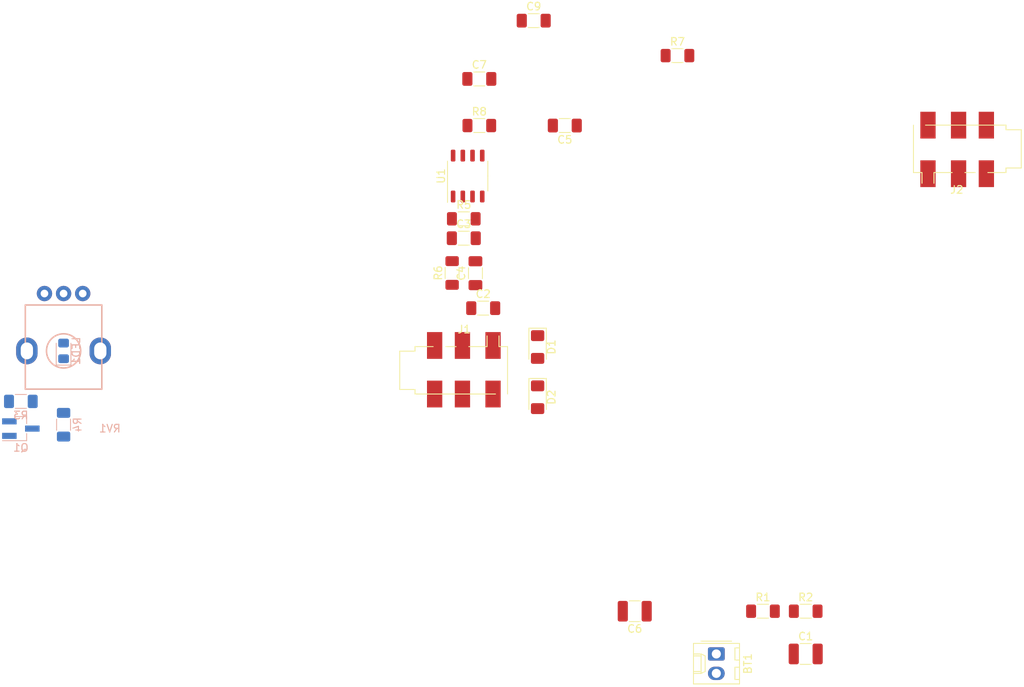
<source format=kicad_pcb>
(kicad_pcb (version 20171130) (host pcbnew 5.1.7-a382d34a8~87~ubuntu20.04.1)

  (general
    (thickness 1.6)
    (drawings 0)
    (tracks 0)
    (zones 0)
    (modules 25)
    (nets 19)
  )

  (page A4)
  (layers
    (0 F.Cu signal)
    (31 B.Cu signal)
    (32 B.Adhes user)
    (33 F.Adhes user)
    (34 B.Paste user)
    (35 F.Paste user)
    (36 B.SilkS user)
    (37 F.SilkS user)
    (38 B.Mask user)
    (39 F.Mask user)
    (40 Dwgs.User user)
    (41 Cmts.User user)
    (42 Eco1.User user)
    (43 Eco2.User user)
    (44 Edge.Cuts user)
    (45 Margin user)
    (46 B.CrtYd user)
    (47 F.CrtYd user)
    (48 B.Fab user)
    (49 F.Fab user)
  )

  (setup
    (last_trace_width 0.4)
    (trace_clearance 0.3)
    (zone_clearance 0.508)
    (zone_45_only no)
    (trace_min 0.2)
    (via_size 1.5)
    (via_drill 0.8)
    (via_min_size 0.4)
    (via_min_drill 0.3)
    (uvia_size 0.3)
    (uvia_drill 0.1)
    (uvias_allowed no)
    (uvia_min_size 0.2)
    (uvia_min_drill 0.1)
    (edge_width 0.05)
    (segment_width 0.2)
    (pcb_text_width 0.3)
    (pcb_text_size 1.5 1.5)
    (mod_edge_width 0.12)
    (mod_text_size 1 1)
    (mod_text_width 0.15)
    (pad_size 1.524 1.524)
    (pad_drill 0.762)
    (pad_to_mask_clearance 0)
    (aux_axis_origin 0 0)
    (visible_elements FFFFFF7F)
    (pcbplotparams
      (layerselection 0x010fc_ffffffff)
      (usegerberextensions false)
      (usegerberattributes true)
      (usegerberadvancedattributes true)
      (creategerberjobfile true)
      (excludeedgelayer true)
      (linewidth 0.100000)
      (plotframeref false)
      (viasonmask false)
      (mode 1)
      (useauxorigin false)
      (hpglpennumber 1)
      (hpglpenspeed 20)
      (hpglpendiameter 15.000000)
      (psnegative false)
      (psa4output false)
      (plotreference true)
      (plotvalue true)
      (plotinvisibletext false)
      (padsonsilk false)
      (subtractmaskfromsilk false)
      (outputformat 1)
      (mirror false)
      (drillshape 1)
      (scaleselection 1)
      (outputdirectory ""))
  )

  (net 0 "")
  (net 1 +9V)
  (net 2 GNDswitch)
  (net 3 4.5V)
  (net 4 GND)
  (net 5 "Net-(C2-Pad2)")
  (net 6 "Net-(C2-Pad1)")
  (net 7 "Net-(C3-Pad1)")
  (net 8 "Net-(C4-Pad2)")
  (net 9 "Net-(C4-Pad1)")
  (net 10 Sig1)
  (net 11 "Net-(C5-Pad2)")
  (net 12 "Net-(C7-Pad1)")
  (net 13 "Net-(C9-Pad2)")
  (net 14 "Net-(LED1-Pad1)")
  (net 15 "Net-(Q1-Pad1)")
  (net 16 "Net-(Q1-Pad2)")
  (net 17 "Net-(J2-PadR)")
  (net 18 "Net-(C7-Pad2)")

  (net_class Default "This is the default net class."
    (clearance 0.3)
    (trace_width 0.4)
    (via_dia 1.5)
    (via_drill 0.8)
    (uvia_dia 0.3)
    (uvia_drill 0.1)
    (add_net +9V)
    (add_net 4.5V)
    (add_net GND)
    (add_net GNDswitch)
    (add_net "Net-(C2-Pad1)")
    (add_net "Net-(C2-Pad2)")
    (add_net "Net-(C3-Pad1)")
    (add_net "Net-(C4-Pad1)")
    (add_net "Net-(C4-Pad2)")
    (add_net "Net-(C5-Pad2)")
    (add_net "Net-(C7-Pad1)")
    (add_net "Net-(C7-Pad2)")
    (add_net "Net-(C9-Pad2)")
    (add_net "Net-(J2-PadR)")
    (add_net "Net-(LED1-Pad1)")
    (add_net "Net-(Q1-Pad1)")
    (add_net "Net-(Q1-Pad2)")
    (add_net Sig1)
  )

  (net_class Power ""
    (clearance 0.3)
    (trace_width 0.8)
    (via_dia 1.5)
    (via_drill 0.8)
    (uvia_dia 0.3)
    (uvia_drill 0.1)
  )

  (module Connector_Molex:Molex_KK-254_AE-6410-02A_1x02_P2.54mm_Vertical (layer F.Cu) (tedit 5EA53D3B) (tstamp 5F8CCA25)
    (at 127.508 176.276 270)
    (descr "Molex KK-254 Interconnect System, old/engineering part number: AE-6410-02A example for new part number: 22-27-2021, 2 Pins (http://www.molex.com/pdm_docs/sd/022272021_sd.pdf), generated with kicad-footprint-generator")
    (tags "connector Molex KK-254 vertical")
    (path /5F7B3B7A)
    (fp_text reference BT1 (at 1.27 -4.12 90) (layer F.SilkS)
      (effects (font (size 1 1) (thickness 0.15)))
    )
    (fp_text value Battery (at 1.27 4.08 90) (layer F.Fab)
      (effects (font (size 1 1) (thickness 0.15)))
    )
    (fp_line (start -1.27 -2.92) (end -1.27 2.88) (layer F.Fab) (width 0.1))
    (fp_line (start -1.27 2.88) (end 3.81 2.88) (layer F.Fab) (width 0.1))
    (fp_line (start 3.81 2.88) (end 3.81 -2.92) (layer F.Fab) (width 0.1))
    (fp_line (start 3.81 -2.92) (end -1.27 -2.92) (layer F.Fab) (width 0.1))
    (fp_line (start -1.38 -3.03) (end -1.38 2.99) (layer F.SilkS) (width 0.12))
    (fp_line (start -1.38 2.99) (end 3.92 2.99) (layer F.SilkS) (width 0.12))
    (fp_line (start 3.92 2.99) (end 3.92 -3.03) (layer F.SilkS) (width 0.12))
    (fp_line (start 3.92 -3.03) (end -1.38 -3.03) (layer F.SilkS) (width 0.12))
    (fp_line (start -1.67 -2) (end -1.67 2) (layer F.SilkS) (width 0.12))
    (fp_line (start -1.27 -0.5) (end -0.562893 0) (layer F.Fab) (width 0.1))
    (fp_line (start -0.562893 0) (end -1.27 0.5) (layer F.Fab) (width 0.1))
    (fp_line (start 0 2.99) (end 0 1.99) (layer F.SilkS) (width 0.12))
    (fp_line (start 0 1.99) (end 2.54 1.99) (layer F.SilkS) (width 0.12))
    (fp_line (start 2.54 1.99) (end 2.54 2.99) (layer F.SilkS) (width 0.12))
    (fp_line (start 0 1.99) (end 0.25 1.46) (layer F.SilkS) (width 0.12))
    (fp_line (start 0.25 1.46) (end 2.29 1.46) (layer F.SilkS) (width 0.12))
    (fp_line (start 2.29 1.46) (end 2.54 1.99) (layer F.SilkS) (width 0.12))
    (fp_line (start 0.25 2.99) (end 0.25 1.99) (layer F.SilkS) (width 0.12))
    (fp_line (start 2.29 2.99) (end 2.29 1.99) (layer F.SilkS) (width 0.12))
    (fp_line (start -0.8 -3.03) (end -0.8 -2.43) (layer F.SilkS) (width 0.12))
    (fp_line (start -0.8 -2.43) (end 0.8 -2.43) (layer F.SilkS) (width 0.12))
    (fp_line (start 0.8 -2.43) (end 0.8 -3.03) (layer F.SilkS) (width 0.12))
    (fp_line (start 1.74 -3.03) (end 1.74 -2.43) (layer F.SilkS) (width 0.12))
    (fp_line (start 1.74 -2.43) (end 3.34 -2.43) (layer F.SilkS) (width 0.12))
    (fp_line (start 3.34 -2.43) (end 3.34 -3.03) (layer F.SilkS) (width 0.12))
    (fp_line (start -1.77 -3.42) (end -1.77 3.38) (layer F.CrtYd) (width 0.05))
    (fp_line (start -1.77 3.38) (end 4.31 3.38) (layer F.CrtYd) (width 0.05))
    (fp_line (start 4.31 3.38) (end 4.31 -3.42) (layer F.CrtYd) (width 0.05))
    (fp_line (start 4.31 -3.42) (end -1.77 -3.42) (layer F.CrtYd) (width 0.05))
    (fp_text user %R (at 1.27 -2.22 90) (layer F.Fab)
      (effects (font (size 1 1) (thickness 0.15)))
    )
    (pad 1 thru_hole roundrect (at 0 0 270) (size 1.74 2.19) (drill 1.19) (layers *.Cu *.Mask) (roundrect_rratio 0.143678)
      (net 1 +9V))
    (pad 2 thru_hole oval (at 2.54 0 270) (size 1.74 2.19) (drill 1.19) (layers *.Cu *.Mask)
      (net 2 GNDswitch))
    (model ${KISYS3DMOD}/Connector_Molex.3dshapes/Molex_KK-254_AE-6410-02A_1x02_P2.54mm_Vertical.wrl
      (at (xyz 0 0 0))
      (scale (xyz 1 1 1))
      (rotate (xyz 0 0 0))
    )
  )

  (module Capacitor_SMD:C_1210_3225Metric_Pad1.33x2.70mm_HandSolder (layer F.Cu) (tedit 5F68FEEF) (tstamp 5F8CCA36)
    (at 139.192 176.276)
    (descr "Capacitor SMD 1210 (3225 Metric), square (rectangular) end terminal, IPC_7351 nominal with elongated pad for handsoldering. (Body size source: IPC-SM-782 page 76, https://www.pcb-3d.com/wordpress/wp-content/uploads/ipc-sm-782a_amendment_1_and_2.pdf), generated with kicad-footprint-generator")
    (tags "capacitor handsolder")
    (path /5F89B558)
    (attr smd)
    (fp_text reference C1 (at 0 -2.3) (layer F.SilkS)
      (effects (font (size 1 1) (thickness 0.15)))
    )
    (fp_text value 10uF (at 0 2.3) (layer F.Fab)
      (effects (font (size 1 1) (thickness 0.15)))
    )
    (fp_line (start -1.6 1.25) (end -1.6 -1.25) (layer F.Fab) (width 0.1))
    (fp_line (start -1.6 -1.25) (end 1.6 -1.25) (layer F.Fab) (width 0.1))
    (fp_line (start 1.6 -1.25) (end 1.6 1.25) (layer F.Fab) (width 0.1))
    (fp_line (start 1.6 1.25) (end -1.6 1.25) (layer F.Fab) (width 0.1))
    (fp_line (start -0.711252 -1.36) (end 0.711252 -1.36) (layer F.SilkS) (width 0.12))
    (fp_line (start -0.711252 1.36) (end 0.711252 1.36) (layer F.SilkS) (width 0.12))
    (fp_line (start -2.48 1.6) (end -2.48 -1.6) (layer F.CrtYd) (width 0.05))
    (fp_line (start -2.48 -1.6) (end 2.48 -1.6) (layer F.CrtYd) (width 0.05))
    (fp_line (start 2.48 -1.6) (end 2.48 1.6) (layer F.CrtYd) (width 0.05))
    (fp_line (start 2.48 1.6) (end -2.48 1.6) (layer F.CrtYd) (width 0.05))
    (fp_text user %R (at 0 0) (layer F.Fab)
      (effects (font (size 0.8 0.8) (thickness 0.12)))
    )
    (pad 1 smd roundrect (at -1.5625 0) (size 1.325 2.7) (layers F.Cu F.Paste F.Mask) (roundrect_rratio 0.188679)
      (net 3 4.5V))
    (pad 2 smd roundrect (at 1.5625 0) (size 1.325 2.7) (layers F.Cu F.Paste F.Mask) (roundrect_rratio 0.188679)
      (net 4 GND))
    (model ${KISYS3DMOD}/Capacitor_SMD.3dshapes/C_1210_3225Metric.wrl
      (at (xyz 0 0 0))
      (scale (xyz 1 1 1))
      (rotate (xyz 0 0 0))
    )
  )

  (module Capacitor_SMD:C_1206_3216Metric_Pad1.33x1.80mm_HandSolder (layer F.Cu) (tedit 5F68FEEF) (tstamp 5F8CCA47)
    (at 97.028 131.064)
    (descr "Capacitor SMD 1206 (3216 Metric), square (rectangular) end terminal, IPC_7351 nominal with elongated pad for handsoldering. (Body size source: IPC-SM-782 page 76, https://www.pcb-3d.com/wordpress/wp-content/uploads/ipc-sm-782a_amendment_1_and_2.pdf), generated with kicad-footprint-generator")
    (tags "capacitor handsolder")
    (path /5F8B0244)
    (attr smd)
    (fp_text reference C2 (at 0 -1.85) (layer F.SilkS)
      (effects (font (size 1 1) (thickness 0.15)))
    )
    (fp_text value 100nF (at 0 1.85) (layer F.Fab)
      (effects (font (size 1 1) (thickness 0.15)))
    )
    (fp_line (start 2.48 1.15) (end -2.48 1.15) (layer F.CrtYd) (width 0.05))
    (fp_line (start 2.48 -1.15) (end 2.48 1.15) (layer F.CrtYd) (width 0.05))
    (fp_line (start -2.48 -1.15) (end 2.48 -1.15) (layer F.CrtYd) (width 0.05))
    (fp_line (start -2.48 1.15) (end -2.48 -1.15) (layer F.CrtYd) (width 0.05))
    (fp_line (start -0.711252 0.91) (end 0.711252 0.91) (layer F.SilkS) (width 0.12))
    (fp_line (start -0.711252 -0.91) (end 0.711252 -0.91) (layer F.SilkS) (width 0.12))
    (fp_line (start 1.6 0.8) (end -1.6 0.8) (layer F.Fab) (width 0.1))
    (fp_line (start 1.6 -0.8) (end 1.6 0.8) (layer F.Fab) (width 0.1))
    (fp_line (start -1.6 -0.8) (end 1.6 -0.8) (layer F.Fab) (width 0.1))
    (fp_line (start -1.6 0.8) (end -1.6 -0.8) (layer F.Fab) (width 0.1))
    (fp_text user %R (at 0 0) (layer F.Fab)
      (effects (font (size 0.8 0.8) (thickness 0.12)))
    )
    (pad 2 smd roundrect (at 1.5625 0) (size 1.325 1.8) (layers F.Cu F.Paste F.Mask) (roundrect_rratio 0.188679)
      (net 5 "Net-(C2-Pad2)"))
    (pad 1 smd roundrect (at -1.5625 0) (size 1.325 1.8) (layers F.Cu F.Paste F.Mask) (roundrect_rratio 0.188679)
      (net 6 "Net-(C2-Pad1)"))
    (model ${KISYS3DMOD}/Capacitor_SMD.3dshapes/C_1206_3216Metric.wrl
      (at (xyz 0 0 0))
      (scale (xyz 1 1 1))
      (rotate (xyz 0 0 0))
    )
  )

  (module Capacitor_SMD:C_1206_3216Metric_Pad1.33x1.80mm_HandSolder (layer F.Cu) (tedit 5F68FEEF) (tstamp 5F8CCA58)
    (at 94.488 121.92)
    (descr "Capacitor SMD 1206 (3216 Metric), square (rectangular) end terminal, IPC_7351 nominal with elongated pad for handsoldering. (Body size source: IPC-SM-782 page 76, https://www.pcb-3d.com/wordpress/wp-content/uploads/ipc-sm-782a_amendment_1_and_2.pdf), generated with kicad-footprint-generator")
    (tags "capacitor handsolder")
    (path /5F8BCB23)
    (attr smd)
    (fp_text reference C3 (at 0 -1.85) (layer F.SilkS)
      (effects (font (size 1 1) (thickness 0.15)))
    )
    (fp_text value 1nF (at 0 1.85) (layer F.Fab)
      (effects (font (size 1 1) (thickness 0.15)))
    )
    (fp_line (start -1.6 0.8) (end -1.6 -0.8) (layer F.Fab) (width 0.1))
    (fp_line (start -1.6 -0.8) (end 1.6 -0.8) (layer F.Fab) (width 0.1))
    (fp_line (start 1.6 -0.8) (end 1.6 0.8) (layer F.Fab) (width 0.1))
    (fp_line (start 1.6 0.8) (end -1.6 0.8) (layer F.Fab) (width 0.1))
    (fp_line (start -0.711252 -0.91) (end 0.711252 -0.91) (layer F.SilkS) (width 0.12))
    (fp_line (start -0.711252 0.91) (end 0.711252 0.91) (layer F.SilkS) (width 0.12))
    (fp_line (start -2.48 1.15) (end -2.48 -1.15) (layer F.CrtYd) (width 0.05))
    (fp_line (start -2.48 -1.15) (end 2.48 -1.15) (layer F.CrtYd) (width 0.05))
    (fp_line (start 2.48 -1.15) (end 2.48 1.15) (layer F.CrtYd) (width 0.05))
    (fp_line (start 2.48 1.15) (end -2.48 1.15) (layer F.CrtYd) (width 0.05))
    (fp_text user %R (at 0 0) (layer F.Fab)
      (effects (font (size 0.8 0.8) (thickness 0.12)))
    )
    (pad 1 smd roundrect (at -1.5625 0) (size 1.325 1.8) (layers F.Cu F.Paste F.Mask) (roundrect_rratio 0.188679)
      (net 7 "Net-(C3-Pad1)"))
    (pad 2 smd roundrect (at 1.5625 0) (size 1.325 1.8) (layers F.Cu F.Paste F.Mask) (roundrect_rratio 0.188679)
      (net 6 "Net-(C2-Pad1)"))
    (model ${KISYS3DMOD}/Capacitor_SMD.3dshapes/C_1206_3216Metric.wrl
      (at (xyz 0 0 0))
      (scale (xyz 1 1 1))
      (rotate (xyz 0 0 0))
    )
  )

  (module Capacitor_SMD:C_1206_3216Metric_Pad1.33x1.80mm_HandSolder (layer F.Cu) (tedit 5F68FEEF) (tstamp 5F8CCA69)
    (at 96.012 126.492 90)
    (descr "Capacitor SMD 1206 (3216 Metric), square (rectangular) end terminal, IPC_7351 nominal with elongated pad for handsoldering. (Body size source: IPC-SM-782 page 76, https://www.pcb-3d.com/wordpress/wp-content/uploads/ipc-sm-782a_amendment_1_and_2.pdf), generated with kicad-footprint-generator")
    (tags "capacitor handsolder")
    (path /5F8C0D79)
    (attr smd)
    (fp_text reference C4 (at 0 -1.85 90) (layer F.SilkS)
      (effects (font (size 1 1) (thickness 0.15)))
    )
    (fp_text value 1uF (at 0 1.85 90) (layer F.Fab)
      (effects (font (size 1 1) (thickness 0.15)))
    )
    (fp_line (start 2.48 1.15) (end -2.48 1.15) (layer F.CrtYd) (width 0.05))
    (fp_line (start 2.48 -1.15) (end 2.48 1.15) (layer F.CrtYd) (width 0.05))
    (fp_line (start -2.48 -1.15) (end 2.48 -1.15) (layer F.CrtYd) (width 0.05))
    (fp_line (start -2.48 1.15) (end -2.48 -1.15) (layer F.CrtYd) (width 0.05))
    (fp_line (start -0.711252 0.91) (end 0.711252 0.91) (layer F.SilkS) (width 0.12))
    (fp_line (start -0.711252 -0.91) (end 0.711252 -0.91) (layer F.SilkS) (width 0.12))
    (fp_line (start 1.6 0.8) (end -1.6 0.8) (layer F.Fab) (width 0.1))
    (fp_line (start 1.6 -0.8) (end 1.6 0.8) (layer F.Fab) (width 0.1))
    (fp_line (start -1.6 -0.8) (end 1.6 -0.8) (layer F.Fab) (width 0.1))
    (fp_line (start -1.6 0.8) (end -1.6 -0.8) (layer F.Fab) (width 0.1))
    (fp_text user %R (at 0 0 90) (layer F.Fab)
      (effects (font (size 0.8 0.8) (thickness 0.12)))
    )
    (pad 2 smd roundrect (at 1.5625 0 90) (size 1.325 1.8) (layers F.Cu F.Paste F.Mask) (roundrect_rratio 0.188679)
      (net 8 "Net-(C4-Pad2)"))
    (pad 1 smd roundrect (at -1.5625 0 90) (size 1.325 1.8) (layers F.Cu F.Paste F.Mask) (roundrect_rratio 0.188679)
      (net 9 "Net-(C4-Pad1)"))
    (model ${KISYS3DMOD}/Capacitor_SMD.3dshapes/C_1206_3216Metric.wrl
      (at (xyz 0 0 0))
      (scale (xyz 1 1 1))
      (rotate (xyz 0 0 0))
    )
  )

  (module Capacitor_SMD:C_1206_3216Metric_Pad1.33x1.80mm_HandSolder (layer F.Cu) (tedit 5F68FEEF) (tstamp 5F8CCA7A)
    (at 107.696 107.188 180)
    (descr "Capacitor SMD 1206 (3216 Metric), square (rectangular) end terminal, IPC_7351 nominal with elongated pad for handsoldering. (Body size source: IPC-SM-782 page 76, https://www.pcb-3d.com/wordpress/wp-content/uploads/ipc-sm-782a_amendment_1_and_2.pdf), generated with kicad-footprint-generator")
    (tags "capacitor handsolder")
    (path /5F9016E1)
    (attr smd)
    (fp_text reference C5 (at 0 -1.85) (layer F.SilkS)
      (effects (font (size 1 1) (thickness 0.15)))
    )
    (fp_text value 1uF (at 0 1.85) (layer F.Fab)
      (effects (font (size 1 1) (thickness 0.15)))
    )
    (fp_line (start -1.6 0.8) (end -1.6 -0.8) (layer F.Fab) (width 0.1))
    (fp_line (start -1.6 -0.8) (end 1.6 -0.8) (layer F.Fab) (width 0.1))
    (fp_line (start 1.6 -0.8) (end 1.6 0.8) (layer F.Fab) (width 0.1))
    (fp_line (start 1.6 0.8) (end -1.6 0.8) (layer F.Fab) (width 0.1))
    (fp_line (start -0.711252 -0.91) (end 0.711252 -0.91) (layer F.SilkS) (width 0.12))
    (fp_line (start -0.711252 0.91) (end 0.711252 0.91) (layer F.SilkS) (width 0.12))
    (fp_line (start -2.48 1.15) (end -2.48 -1.15) (layer F.CrtYd) (width 0.05))
    (fp_line (start -2.48 -1.15) (end 2.48 -1.15) (layer F.CrtYd) (width 0.05))
    (fp_line (start 2.48 -1.15) (end 2.48 1.15) (layer F.CrtYd) (width 0.05))
    (fp_line (start 2.48 1.15) (end -2.48 1.15) (layer F.CrtYd) (width 0.05))
    (fp_text user %R (at 0 0) (layer F.Fab)
      (effects (font (size 0.8 0.8) (thickness 0.12)))
    )
    (pad 1 smd roundrect (at -1.5625 0 180) (size 1.325 1.8) (layers F.Cu F.Paste F.Mask) (roundrect_rratio 0.188679)
      (net 10 Sig1))
    (pad 2 smd roundrect (at 1.5625 0 180) (size 1.325 1.8) (layers F.Cu F.Paste F.Mask) (roundrect_rratio 0.188679)
      (net 11 "Net-(C5-Pad2)"))
    (model ${KISYS3DMOD}/Capacitor_SMD.3dshapes/C_1206_3216Metric.wrl
      (at (xyz 0 0 0))
      (scale (xyz 1 1 1))
      (rotate (xyz 0 0 0))
    )
  )

  (module Capacitor_SMD:C_1210_3225Metric_Pad1.33x2.70mm_HandSolder (layer F.Cu) (tedit 5F68FEEF) (tstamp 5F8CCA8B)
    (at 116.84 170.688 180)
    (descr "Capacitor SMD 1210 (3225 Metric), square (rectangular) end terminal, IPC_7351 nominal with elongated pad for handsoldering. (Body size source: IPC-SM-782 page 76, https://www.pcb-3d.com/wordpress/wp-content/uploads/ipc-sm-782a_amendment_1_and_2.pdf), generated with kicad-footprint-generator")
    (tags "capacitor handsolder")
    (path /5F7B21C0)
    (attr smd)
    (fp_text reference C6 (at 0 -2.3) (layer F.SilkS)
      (effects (font (size 1 1) (thickness 0.15)))
    )
    (fp_text value 100uF (at 0 2.3) (layer F.Fab)
      (effects (font (size 1 1) (thickness 0.15)))
    )
    (fp_line (start -1.6 1.25) (end -1.6 -1.25) (layer F.Fab) (width 0.1))
    (fp_line (start -1.6 -1.25) (end 1.6 -1.25) (layer F.Fab) (width 0.1))
    (fp_line (start 1.6 -1.25) (end 1.6 1.25) (layer F.Fab) (width 0.1))
    (fp_line (start 1.6 1.25) (end -1.6 1.25) (layer F.Fab) (width 0.1))
    (fp_line (start -0.711252 -1.36) (end 0.711252 -1.36) (layer F.SilkS) (width 0.12))
    (fp_line (start -0.711252 1.36) (end 0.711252 1.36) (layer F.SilkS) (width 0.12))
    (fp_line (start -2.48 1.6) (end -2.48 -1.6) (layer F.CrtYd) (width 0.05))
    (fp_line (start -2.48 -1.6) (end 2.48 -1.6) (layer F.CrtYd) (width 0.05))
    (fp_line (start 2.48 -1.6) (end 2.48 1.6) (layer F.CrtYd) (width 0.05))
    (fp_line (start 2.48 1.6) (end -2.48 1.6) (layer F.CrtYd) (width 0.05))
    (fp_text user %R (at 0 0) (layer F.Fab)
      (effects (font (size 0.8 0.8) (thickness 0.12)))
    )
    (pad 1 smd roundrect (at -1.5625 0 180) (size 1.325 2.7) (layers F.Cu F.Paste F.Mask) (roundrect_rratio 0.188679)
      (net 1 +9V))
    (pad 2 smd roundrect (at 1.5625 0 180) (size 1.325 2.7) (layers F.Cu F.Paste F.Mask) (roundrect_rratio 0.188679)
      (net 2 GNDswitch))
    (model ${KISYS3DMOD}/Capacitor_SMD.3dshapes/C_1210_3225Metric.wrl
      (at (xyz 0 0 0))
      (scale (xyz 1 1 1))
      (rotate (xyz 0 0 0))
    )
  )

  (module Capacitor_SMD:C_1206_3216Metric_Pad1.33x1.80mm_HandSolder (layer F.Cu) (tedit 5F68FEEF) (tstamp 5F8CCA9C)
    (at 96.52 101.092)
    (descr "Capacitor SMD 1206 (3216 Metric), square (rectangular) end terminal, IPC_7351 nominal with elongated pad for handsoldering. (Body size source: IPC-SM-782 page 76, https://www.pcb-3d.com/wordpress/wp-content/uploads/ipc-sm-782a_amendment_1_and_2.pdf), generated with kicad-footprint-generator")
    (tags "capacitor handsolder")
    (path /5F90B76A)
    (attr smd)
    (fp_text reference C7 (at 0 -1.85) (layer F.SilkS)
      (effects (font (size 1 1) (thickness 0.15)))
    )
    (fp_text value 100pF (at 0 1.85) (layer F.Fab)
      (effects (font (size 1 1) (thickness 0.15)))
    )
    (fp_line (start 2.48 1.15) (end -2.48 1.15) (layer F.CrtYd) (width 0.05))
    (fp_line (start 2.48 -1.15) (end 2.48 1.15) (layer F.CrtYd) (width 0.05))
    (fp_line (start -2.48 -1.15) (end 2.48 -1.15) (layer F.CrtYd) (width 0.05))
    (fp_line (start -2.48 1.15) (end -2.48 -1.15) (layer F.CrtYd) (width 0.05))
    (fp_line (start -0.711252 0.91) (end 0.711252 0.91) (layer F.SilkS) (width 0.12))
    (fp_line (start -0.711252 -0.91) (end 0.711252 -0.91) (layer F.SilkS) (width 0.12))
    (fp_line (start 1.6 0.8) (end -1.6 0.8) (layer F.Fab) (width 0.1))
    (fp_line (start 1.6 -0.8) (end 1.6 0.8) (layer F.Fab) (width 0.1))
    (fp_line (start -1.6 -0.8) (end 1.6 -0.8) (layer F.Fab) (width 0.1))
    (fp_line (start -1.6 0.8) (end -1.6 -0.8) (layer F.Fab) (width 0.1))
    (fp_text user %R (at 0 0) (layer F.Fab)
      (effects (font (size 0.8 0.8) (thickness 0.12)))
    )
    (pad 2 smd roundrect (at 1.5625 0) (size 1.325 1.8) (layers F.Cu F.Paste F.Mask) (roundrect_rratio 0.188679)
      (net 18 "Net-(C7-Pad2)"))
    (pad 1 smd roundrect (at -1.5625 0) (size 1.325 1.8) (layers F.Cu F.Paste F.Mask) (roundrect_rratio 0.188679)
      (net 12 "Net-(C7-Pad1)"))
    (model ${KISYS3DMOD}/Capacitor_SMD.3dshapes/C_1206_3216Metric.wrl
      (at (xyz 0 0 0))
      (scale (xyz 1 1 1))
      (rotate (xyz 0 0 0))
    )
  )

  (module Capacitor_SMD:C_1206_3216Metric_Pad1.33x1.80mm_HandSolder (layer F.Cu) (tedit 5F68FEEF) (tstamp 5F8CCABE)
    (at 103.632 93.472)
    (descr "Capacitor SMD 1206 (3216 Metric), square (rectangular) end terminal, IPC_7351 nominal with elongated pad for handsoldering. (Body size source: IPC-SM-782 page 76, https://www.pcb-3d.com/wordpress/wp-content/uploads/ipc-sm-782a_amendment_1_and_2.pdf), generated with kicad-footprint-generator")
    (tags "capacitor handsolder")
    (path /5F90FAA7)
    (attr smd)
    (fp_text reference C9 (at 0 -1.85) (layer F.SilkS)
      (effects (font (size 1 1) (thickness 0.15)))
    )
    (fp_text value 10uF (at 0 1.85) (layer F.Fab)
      (effects (font (size 1 1) (thickness 0.15)))
    )
    (fp_line (start -1.6 0.8) (end -1.6 -0.8) (layer F.Fab) (width 0.1))
    (fp_line (start -1.6 -0.8) (end 1.6 -0.8) (layer F.Fab) (width 0.1))
    (fp_line (start 1.6 -0.8) (end 1.6 0.8) (layer F.Fab) (width 0.1))
    (fp_line (start 1.6 0.8) (end -1.6 0.8) (layer F.Fab) (width 0.1))
    (fp_line (start -0.711252 -0.91) (end 0.711252 -0.91) (layer F.SilkS) (width 0.12))
    (fp_line (start -0.711252 0.91) (end 0.711252 0.91) (layer F.SilkS) (width 0.12))
    (fp_line (start -2.48 1.15) (end -2.48 -1.15) (layer F.CrtYd) (width 0.05))
    (fp_line (start -2.48 -1.15) (end 2.48 -1.15) (layer F.CrtYd) (width 0.05))
    (fp_line (start 2.48 -1.15) (end 2.48 1.15) (layer F.CrtYd) (width 0.05))
    (fp_line (start 2.48 1.15) (end -2.48 1.15) (layer F.CrtYd) (width 0.05))
    (fp_text user %R (at 0 0) (layer F.Fab)
      (effects (font (size 0.8 0.8) (thickness 0.12)))
    )
    (pad 1 smd roundrect (at -1.5625 0) (size 1.325 1.8) (layers F.Cu F.Paste F.Mask) (roundrect_rratio 0.188679)
      (net 12 "Net-(C7-Pad1)"))
    (pad 2 smd roundrect (at 1.5625 0) (size 1.325 1.8) (layers F.Cu F.Paste F.Mask) (roundrect_rratio 0.188679)
      (net 13 "Net-(C9-Pad2)"))
    (model ${KISYS3DMOD}/Capacitor_SMD.3dshapes/C_1206_3216Metric.wrl
      (at (xyz 0 0 0))
      (scale (xyz 1 1 1))
      (rotate (xyz 0 0 0))
    )
  )

  (module Diode_SMD:D_1206_3216Metric_Pad1.42x1.75mm_HandSolder (layer F.Cu) (tedit 5F68FEF0) (tstamp 5F8CCAD1)
    (at 104.14 136.144 270)
    (descr "Diode SMD 1206 (3216 Metric), square (rectangular) end terminal, IPC_7351 nominal, (Body size source: http://www.tortai-tech.com/upload/download/2011102023233369053.pdf), generated with kicad-footprint-generator")
    (tags "diode handsolder")
    (path /5F8C33CE)
    (attr smd)
    (fp_text reference D1 (at 0 -1.82 90) (layer F.SilkS)
      (effects (font (size 1 1) (thickness 0.15)))
    )
    (fp_text value 1N4148 (at 0 1.82 90) (layer F.Fab)
      (effects (font (size 1 1) (thickness 0.15)))
    )
    (fp_line (start 1.6 -0.8) (end -1.2 -0.8) (layer F.Fab) (width 0.1))
    (fp_line (start -1.2 -0.8) (end -1.6 -0.4) (layer F.Fab) (width 0.1))
    (fp_line (start -1.6 -0.4) (end -1.6 0.8) (layer F.Fab) (width 0.1))
    (fp_line (start -1.6 0.8) (end 1.6 0.8) (layer F.Fab) (width 0.1))
    (fp_line (start 1.6 0.8) (end 1.6 -0.8) (layer F.Fab) (width 0.1))
    (fp_line (start 1.6 -1.135) (end -2.46 -1.135) (layer F.SilkS) (width 0.12))
    (fp_line (start -2.46 -1.135) (end -2.46 1.135) (layer F.SilkS) (width 0.12))
    (fp_line (start -2.46 1.135) (end 1.6 1.135) (layer F.SilkS) (width 0.12))
    (fp_line (start -2.45 1.12) (end -2.45 -1.12) (layer F.CrtYd) (width 0.05))
    (fp_line (start -2.45 -1.12) (end 2.45 -1.12) (layer F.CrtYd) (width 0.05))
    (fp_line (start 2.45 -1.12) (end 2.45 1.12) (layer F.CrtYd) (width 0.05))
    (fp_line (start 2.45 1.12) (end -2.45 1.12) (layer F.CrtYd) (width 0.05))
    (fp_text user %R (at 0 0 90) (layer F.Fab)
      (effects (font (size 0.8 0.8) (thickness 0.12)))
    )
    (pad 1 smd roundrect (at -1.4875 0 270) (size 1.425 1.75) (layers F.Cu F.Paste F.Mask) (roundrect_rratio 0.175439)
      (net 1 +9V))
    (pad 2 smd roundrect (at 1.4875 0 270) (size 1.425 1.75) (layers F.Cu F.Paste F.Mask) (roundrect_rratio 0.175439)
      (net 5 "Net-(C2-Pad2)"))
    (model ${KISYS3DMOD}/Diode_SMD.3dshapes/D_1206_3216Metric.wrl
      (at (xyz 0 0 0))
      (scale (xyz 1 1 1))
      (rotate (xyz 0 0 0))
    )
  )

  (module Diode_SMD:D_1206_3216Metric_Pad1.42x1.75mm_HandSolder (layer F.Cu) (tedit 5F68FEF0) (tstamp 5F8CCAE4)
    (at 104.14 142.7115 270)
    (descr "Diode SMD 1206 (3216 Metric), square (rectangular) end terminal, IPC_7351 nominal, (Body size source: http://www.tortai-tech.com/upload/download/2011102023233369053.pdf), generated with kicad-footprint-generator")
    (tags "diode handsolder")
    (path /5F8C414A)
    (attr smd)
    (fp_text reference D2 (at 0 -1.82 90) (layer F.SilkS)
      (effects (font (size 1 1) (thickness 0.15)))
    )
    (fp_text value 1N4148 (at 0 1.82 90) (layer F.Fab)
      (effects (font (size 1 1) (thickness 0.15)))
    )
    (fp_line (start 2.45 1.12) (end -2.45 1.12) (layer F.CrtYd) (width 0.05))
    (fp_line (start 2.45 -1.12) (end 2.45 1.12) (layer F.CrtYd) (width 0.05))
    (fp_line (start -2.45 -1.12) (end 2.45 -1.12) (layer F.CrtYd) (width 0.05))
    (fp_line (start -2.45 1.12) (end -2.45 -1.12) (layer F.CrtYd) (width 0.05))
    (fp_line (start -2.46 1.135) (end 1.6 1.135) (layer F.SilkS) (width 0.12))
    (fp_line (start -2.46 -1.135) (end -2.46 1.135) (layer F.SilkS) (width 0.12))
    (fp_line (start 1.6 -1.135) (end -2.46 -1.135) (layer F.SilkS) (width 0.12))
    (fp_line (start 1.6 0.8) (end 1.6 -0.8) (layer F.Fab) (width 0.1))
    (fp_line (start -1.6 0.8) (end 1.6 0.8) (layer F.Fab) (width 0.1))
    (fp_line (start -1.6 -0.4) (end -1.6 0.8) (layer F.Fab) (width 0.1))
    (fp_line (start -1.2 -0.8) (end -1.6 -0.4) (layer F.Fab) (width 0.1))
    (fp_line (start 1.6 -0.8) (end -1.2 -0.8) (layer F.Fab) (width 0.1))
    (fp_text user %R (at 0 0 90) (layer F.Fab)
      (effects (font (size 0.8 0.8) (thickness 0.12)))
    )
    (pad 2 smd roundrect (at 1.4875 0 270) (size 1.425 1.75) (layers F.Cu F.Paste F.Mask) (roundrect_rratio 0.175439)
      (net 4 GND))
    (pad 1 smd roundrect (at -1.4875 0 270) (size 1.425 1.75) (layers F.Cu F.Paste F.Mask) (roundrect_rratio 0.175439)
      (net 5 "Net-(C2-Pad2)"))
    (model ${KISYS3DMOD}/Diode_SMD.3dshapes/D_1206_3216Metric.wrl
      (at (xyz 0 0 0))
      (scale (xyz 1 1 1))
      (rotate (xyz 0 0 0))
    )
  )

  (module LED_SMD:LED_0805_2012Metric_Pad1.15x1.40mm_HandSolder (layer B.Cu) (tedit 5F68FEF1) (tstamp 5F8CCB1A)
    (at 42.164 136.652 90)
    (descr "LED SMD 0805 (2012 Metric), square (rectangular) end terminal, IPC_7351 nominal, (Body size source: https://docs.google.com/spreadsheets/d/1BsfQQcO9C6DZCsRaXUlFlo91Tg2WpOkGARC1WS5S8t0/edit?usp=sharing), generated with kicad-footprint-generator")
    (tags "LED handsolder")
    (path /5FB8F55C)
    (attr smd)
    (fp_text reference LED1 (at 0 1.65 -90) (layer B.SilkS)
      (effects (font (size 1 1) (thickness 0.15)) (justify mirror))
    )
    (fp_text value LED1 (at 0 -1.65 -90) (layer B.Fab)
      (effects (font (size 1 1) (thickness 0.15)) (justify mirror))
    )
    (fp_line (start 1 0.6) (end -0.7 0.6) (layer B.Fab) (width 0.1))
    (fp_line (start -0.7 0.6) (end -1 0.3) (layer B.Fab) (width 0.1))
    (fp_line (start -1 0.3) (end -1 -0.6) (layer B.Fab) (width 0.1))
    (fp_line (start -1 -0.6) (end 1 -0.6) (layer B.Fab) (width 0.1))
    (fp_line (start 1 -0.6) (end 1 0.6) (layer B.Fab) (width 0.1))
    (fp_line (start 1 0.96) (end -1.86 0.96) (layer B.SilkS) (width 0.12))
    (fp_line (start -1.86 0.96) (end -1.86 -0.96) (layer B.SilkS) (width 0.12))
    (fp_line (start -1.86 -0.96) (end 1 -0.96) (layer B.SilkS) (width 0.12))
    (fp_line (start -1.85 -0.95) (end -1.85 0.95) (layer B.CrtYd) (width 0.05))
    (fp_line (start -1.85 0.95) (end 1.85 0.95) (layer B.CrtYd) (width 0.05))
    (fp_line (start 1.85 0.95) (end 1.85 -0.95) (layer B.CrtYd) (width 0.05))
    (fp_line (start 1.85 -0.95) (end -1.85 -0.95) (layer B.CrtYd) (width 0.05))
    (fp_text user %R (at 0 0 -90) (layer B.Fab)
      (effects (font (size 0.5 0.5) (thickness 0.08)) (justify mirror))
    )
    (pad 1 smd roundrect (at -1.025 0 90) (size 1.15 1.4) (layers B.Cu B.Paste B.Mask) (roundrect_rratio 0.217391)
      (net 14 "Net-(LED1-Pad1)"))
    (pad 2 smd roundrect (at 1.025 0 90) (size 1.15 1.4) (layers B.Cu B.Paste B.Mask) (roundrect_rratio 0.217391)
      (net 1 +9V))
    (model ${KISYS3DMOD}/LED_SMD.3dshapes/LED_0805_2012Metric.wrl
      (at (xyz 0 0 0))
      (scale (xyz 1 1 1))
      (rotate (xyz 0 0 0))
    )
  )

  (module Package_TO_SOT_SMD:SOT-23_Handsoldering (layer B.Cu) (tedit 5A0AB76C) (tstamp 5F8CCB2F)
    (at 36.576 146.812)
    (descr "SOT-23, Handsoldering")
    (tags SOT-23)
    (path /5FEE787F)
    (attr smd)
    (fp_text reference Q1 (at 0 2.5) (layer B.SilkS)
      (effects (font (size 1 1) (thickness 0.15)) (justify mirror))
    )
    (fp_text value BC547 (at 0 -2.5) (layer B.Fab)
      (effects (font (size 1 1) (thickness 0.15)) (justify mirror))
    )
    (fp_line (start 0.76 -1.58) (end 0.76 -0.65) (layer B.SilkS) (width 0.12))
    (fp_line (start 0.76 1.58) (end 0.76 0.65) (layer B.SilkS) (width 0.12))
    (fp_line (start -2.7 1.75) (end 2.7 1.75) (layer B.CrtYd) (width 0.05))
    (fp_line (start 2.7 1.75) (end 2.7 -1.75) (layer B.CrtYd) (width 0.05))
    (fp_line (start 2.7 -1.75) (end -2.7 -1.75) (layer B.CrtYd) (width 0.05))
    (fp_line (start -2.7 -1.75) (end -2.7 1.75) (layer B.CrtYd) (width 0.05))
    (fp_line (start 0.76 1.58) (end -2.4 1.58) (layer B.SilkS) (width 0.12))
    (fp_line (start -0.7 0.95) (end -0.7 -1.5) (layer B.Fab) (width 0.1))
    (fp_line (start -0.15 1.52) (end 0.7 1.52) (layer B.Fab) (width 0.1))
    (fp_line (start -0.7 0.95) (end -0.15 1.52) (layer B.Fab) (width 0.1))
    (fp_line (start 0.7 1.52) (end 0.7 -1.52) (layer B.Fab) (width 0.1))
    (fp_line (start -0.7 -1.52) (end 0.7 -1.52) (layer B.Fab) (width 0.1))
    (fp_line (start 0.76 -1.58) (end -0.7 -1.58) (layer B.SilkS) (width 0.12))
    (fp_text user %R (at 0 0 -90) (layer B.Fab)
      (effects (font (size 0.5 0.5) (thickness 0.075)) (justify mirror))
    )
    (pad 1 smd rect (at -1.5 0.95) (size 1.9 0.8) (layers B.Cu B.Paste B.Mask)
      (net 15 "Net-(Q1-Pad1)"))
    (pad 2 smd rect (at -1.5 -0.95) (size 1.9 0.8) (layers B.Cu B.Paste B.Mask)
      (net 16 "Net-(Q1-Pad2)"))
    (pad 3 smd rect (at 1.5 0) (size 1.9 0.8) (layers B.Cu B.Paste B.Mask)
      (net 4 GND))
    (model ${KISYS3DMOD}/Package_TO_SOT_SMD.3dshapes/SOT-23.wrl
      (at (xyz 0 0 0))
      (scale (xyz 1 1 1))
      (rotate (xyz 0 0 0))
    )
  )

  (module Resistor_SMD:R_1206_3216Metric_Pad1.30x1.75mm_HandSolder (layer F.Cu) (tedit 5F68FEEE) (tstamp 5F8CCB40)
    (at 133.604 170.688)
    (descr "Resistor SMD 1206 (3216 Metric), square (rectangular) end terminal, IPC_7351 nominal with elongated pad for handsoldering. (Body size source: IPC-SM-782 page 72, https://www.pcb-3d.com/wordpress/wp-content/uploads/ipc-sm-782a_amendment_1_and_2.pdf), generated with kicad-footprint-generator")
    (tags "resistor handsolder")
    (path /5F8932DA)
    (attr smd)
    (fp_text reference R1 (at 0 -1.82) (layer F.SilkS)
      (effects (font (size 1 1) (thickness 0.15)))
    )
    (fp_text value 10k (at 0 1.82) (layer F.Fab)
      (effects (font (size 1 1) (thickness 0.15)))
    )
    (fp_line (start 2.45 1.12) (end -2.45 1.12) (layer F.CrtYd) (width 0.05))
    (fp_line (start 2.45 -1.12) (end 2.45 1.12) (layer F.CrtYd) (width 0.05))
    (fp_line (start -2.45 -1.12) (end 2.45 -1.12) (layer F.CrtYd) (width 0.05))
    (fp_line (start -2.45 1.12) (end -2.45 -1.12) (layer F.CrtYd) (width 0.05))
    (fp_line (start -0.727064 0.91) (end 0.727064 0.91) (layer F.SilkS) (width 0.12))
    (fp_line (start -0.727064 -0.91) (end 0.727064 -0.91) (layer F.SilkS) (width 0.12))
    (fp_line (start 1.6 0.8) (end -1.6 0.8) (layer F.Fab) (width 0.1))
    (fp_line (start 1.6 -0.8) (end 1.6 0.8) (layer F.Fab) (width 0.1))
    (fp_line (start -1.6 -0.8) (end 1.6 -0.8) (layer F.Fab) (width 0.1))
    (fp_line (start -1.6 0.8) (end -1.6 -0.8) (layer F.Fab) (width 0.1))
    (fp_text user %R (at 0 0) (layer F.Fab)
      (effects (font (size 0.8 0.8) (thickness 0.12)))
    )
    (pad 2 smd roundrect (at 1.55 0) (size 1.3 1.75) (layers F.Cu F.Paste F.Mask) (roundrect_rratio 0.192308)
      (net 3 4.5V))
    (pad 1 smd roundrect (at -1.55 0) (size 1.3 1.75) (layers F.Cu F.Paste F.Mask) (roundrect_rratio 0.192308)
      (net 1 +9V))
    (model ${KISYS3DMOD}/Resistor_SMD.3dshapes/R_1206_3216Metric.wrl
      (at (xyz 0 0 0))
      (scale (xyz 1 1 1))
      (rotate (xyz 0 0 0))
    )
  )

  (module Resistor_SMD:R_1206_3216Metric_Pad1.30x1.75mm_HandSolder (layer F.Cu) (tedit 5F68FEEE) (tstamp 5F8CCB51)
    (at 139.192 170.688)
    (descr "Resistor SMD 1206 (3216 Metric), square (rectangular) end terminal, IPC_7351 nominal with elongated pad for handsoldering. (Body size source: IPC-SM-782 page 72, https://www.pcb-3d.com/wordpress/wp-content/uploads/ipc-sm-782a_amendment_1_and_2.pdf), generated with kicad-footprint-generator")
    (tags "resistor handsolder")
    (path /5F893B9D)
    (attr smd)
    (fp_text reference R2 (at 0 -1.82) (layer F.SilkS)
      (effects (font (size 1 1) (thickness 0.15)))
    )
    (fp_text value 10k (at 0 1.82) (layer F.Fab)
      (effects (font (size 1 1) (thickness 0.15)))
    )
    (fp_line (start -1.6 0.8) (end -1.6 -0.8) (layer F.Fab) (width 0.1))
    (fp_line (start -1.6 -0.8) (end 1.6 -0.8) (layer F.Fab) (width 0.1))
    (fp_line (start 1.6 -0.8) (end 1.6 0.8) (layer F.Fab) (width 0.1))
    (fp_line (start 1.6 0.8) (end -1.6 0.8) (layer F.Fab) (width 0.1))
    (fp_line (start -0.727064 -0.91) (end 0.727064 -0.91) (layer F.SilkS) (width 0.12))
    (fp_line (start -0.727064 0.91) (end 0.727064 0.91) (layer F.SilkS) (width 0.12))
    (fp_line (start -2.45 1.12) (end -2.45 -1.12) (layer F.CrtYd) (width 0.05))
    (fp_line (start -2.45 -1.12) (end 2.45 -1.12) (layer F.CrtYd) (width 0.05))
    (fp_line (start 2.45 -1.12) (end 2.45 1.12) (layer F.CrtYd) (width 0.05))
    (fp_line (start 2.45 1.12) (end -2.45 1.12) (layer F.CrtYd) (width 0.05))
    (fp_text user %R (at 0 0) (layer F.Fab)
      (effects (font (size 0.8 0.8) (thickness 0.12)))
    )
    (pad 1 smd roundrect (at -1.55 0) (size 1.3 1.75) (layers F.Cu F.Paste F.Mask) (roundrect_rratio 0.192308)
      (net 3 4.5V))
    (pad 2 smd roundrect (at 1.55 0) (size 1.3 1.75) (layers F.Cu F.Paste F.Mask) (roundrect_rratio 0.192308)
      (net 4 GND))
    (model ${KISYS3DMOD}/Resistor_SMD.3dshapes/R_1206_3216Metric.wrl
      (at (xyz 0 0 0))
      (scale (xyz 1 1 1))
      (rotate (xyz 0 0 0))
    )
  )

  (module Resistor_SMD:R_1206_3216Metric_Pad1.30x1.75mm_HandSolder (layer B.Cu) (tedit 5F68FEEE) (tstamp 5F8CCB62)
    (at 36.576 143.256)
    (descr "Resistor SMD 1206 (3216 Metric), square (rectangular) end terminal, IPC_7351 nominal with elongated pad for handsoldering. (Body size source: IPC-SM-782 page 72, https://www.pcb-3d.com/wordpress/wp-content/uploads/ipc-sm-782a_amendment_1_and_2.pdf), generated with kicad-footprint-generator")
    (tags "resistor handsolder")
    (path /5FF1A279)
    (attr smd)
    (fp_text reference R3 (at 0 1.82) (layer B.SilkS)
      (effects (font (size 1 1) (thickness 0.15)) (justify mirror))
    )
    (fp_text value 4.7k (at 0 -1.82) (layer B.Fab)
      (effects (font (size 1 1) (thickness 0.15)) (justify mirror))
    )
    (fp_line (start -1.6 -0.8) (end -1.6 0.8) (layer B.Fab) (width 0.1))
    (fp_line (start -1.6 0.8) (end 1.6 0.8) (layer B.Fab) (width 0.1))
    (fp_line (start 1.6 0.8) (end 1.6 -0.8) (layer B.Fab) (width 0.1))
    (fp_line (start 1.6 -0.8) (end -1.6 -0.8) (layer B.Fab) (width 0.1))
    (fp_line (start -0.727064 0.91) (end 0.727064 0.91) (layer B.SilkS) (width 0.12))
    (fp_line (start -0.727064 -0.91) (end 0.727064 -0.91) (layer B.SilkS) (width 0.12))
    (fp_line (start -2.45 -1.12) (end -2.45 1.12) (layer B.CrtYd) (width 0.05))
    (fp_line (start -2.45 1.12) (end 2.45 1.12) (layer B.CrtYd) (width 0.05))
    (fp_line (start 2.45 1.12) (end 2.45 -1.12) (layer B.CrtYd) (width 0.05))
    (fp_line (start 2.45 -1.12) (end -2.45 -1.12) (layer B.CrtYd) (width 0.05))
    (fp_text user %R (at 0 0) (layer B.Fab)
      (effects (font (size 0.8 0.8) (thickness 0.12)) (justify mirror))
    )
    (pad 1 smd roundrect (at -1.55 0) (size 1.3 1.75) (layers B.Cu B.Paste B.Mask) (roundrect_rratio 0.192308)
      (net 16 "Net-(Q1-Pad2)"))
    (pad 2 smd roundrect (at 1.55 0) (size 1.3 1.75) (layers B.Cu B.Paste B.Mask) (roundrect_rratio 0.192308)
      (net 10 Sig1))
    (model ${KISYS3DMOD}/Resistor_SMD.3dshapes/R_1206_3216Metric.wrl
      (at (xyz 0 0 0))
      (scale (xyz 1 1 1))
      (rotate (xyz 0 0 0))
    )
  )

  (module Resistor_SMD:R_1206_3216Metric_Pad1.30x1.75mm_HandSolder (layer B.Cu) (tedit 5F68FEEE) (tstamp 5F8CCB73)
    (at 42.164 146.304 90)
    (descr "Resistor SMD 1206 (3216 Metric), square (rectangular) end terminal, IPC_7351 nominal with elongated pad for handsoldering. (Body size source: IPC-SM-782 page 72, https://www.pcb-3d.com/wordpress/wp-content/uploads/ipc-sm-782a_amendment_1_and_2.pdf), generated with kicad-footprint-generator")
    (tags "resistor handsolder")
    (path /5FB915B8)
    (attr smd)
    (fp_text reference R4 (at 0 1.82 -90) (layer B.SilkS)
      (effects (font (size 1 1) (thickness 0.15)) (justify mirror))
    )
    (fp_text value 1k (at 0 -1.82 -90) (layer B.Fab)
      (effects (font (size 1 1) (thickness 0.15)) (justify mirror))
    )
    (fp_line (start 2.45 -1.12) (end -2.45 -1.12) (layer B.CrtYd) (width 0.05))
    (fp_line (start 2.45 1.12) (end 2.45 -1.12) (layer B.CrtYd) (width 0.05))
    (fp_line (start -2.45 1.12) (end 2.45 1.12) (layer B.CrtYd) (width 0.05))
    (fp_line (start -2.45 -1.12) (end -2.45 1.12) (layer B.CrtYd) (width 0.05))
    (fp_line (start -0.727064 -0.91) (end 0.727064 -0.91) (layer B.SilkS) (width 0.12))
    (fp_line (start -0.727064 0.91) (end 0.727064 0.91) (layer B.SilkS) (width 0.12))
    (fp_line (start 1.6 -0.8) (end -1.6 -0.8) (layer B.Fab) (width 0.1))
    (fp_line (start 1.6 0.8) (end 1.6 -0.8) (layer B.Fab) (width 0.1))
    (fp_line (start -1.6 0.8) (end 1.6 0.8) (layer B.Fab) (width 0.1))
    (fp_line (start -1.6 -0.8) (end -1.6 0.8) (layer B.Fab) (width 0.1))
    (fp_text user %R (at 0 0 -90) (layer B.Fab)
      (effects (font (size 0.8 0.8) (thickness 0.12)) (justify mirror))
    )
    (pad 2 smd roundrect (at 1.55 0 90) (size 1.3 1.75) (layers B.Cu B.Paste B.Mask) (roundrect_rratio 0.192308)
      (net 14 "Net-(LED1-Pad1)"))
    (pad 1 smd roundrect (at -1.55 0 90) (size 1.3 1.75) (layers B.Cu B.Paste B.Mask) (roundrect_rratio 0.192308)
      (net 15 "Net-(Q1-Pad1)"))
    (model ${KISYS3DMOD}/Resistor_SMD.3dshapes/R_1206_3216Metric.wrl
      (at (xyz 0 0 0))
      (scale (xyz 1 1 1))
      (rotate (xyz 0 0 0))
    )
  )

  (module Resistor_SMD:R_1206_3216Metric_Pad1.30x1.75mm_HandSolder (layer F.Cu) (tedit 5F68FEEE) (tstamp 5F8CCB84)
    (at 94.488 119.38)
    (descr "Resistor SMD 1206 (3216 Metric), square (rectangular) end terminal, IPC_7351 nominal with elongated pad for handsoldering. (Body size source: IPC-SM-782 page 72, https://www.pcb-3d.com/wordpress/wp-content/uploads/ipc-sm-782a_amendment_1_and_2.pdf), generated with kicad-footprint-generator")
    (tags "resistor handsolder")
    (path /5F8BC15F)
    (attr smd)
    (fp_text reference R5 (at 0 -1.82) (layer F.SilkS)
      (effects (font (size 1 1) (thickness 0.15)))
    )
    (fp_text value 2.2M (at 0 1.82) (layer F.Fab)
      (effects (font (size 1 1) (thickness 0.15)))
    )
    (fp_line (start -1.6 0.8) (end -1.6 -0.8) (layer F.Fab) (width 0.1))
    (fp_line (start -1.6 -0.8) (end 1.6 -0.8) (layer F.Fab) (width 0.1))
    (fp_line (start 1.6 -0.8) (end 1.6 0.8) (layer F.Fab) (width 0.1))
    (fp_line (start 1.6 0.8) (end -1.6 0.8) (layer F.Fab) (width 0.1))
    (fp_line (start -0.727064 -0.91) (end 0.727064 -0.91) (layer F.SilkS) (width 0.12))
    (fp_line (start -0.727064 0.91) (end 0.727064 0.91) (layer F.SilkS) (width 0.12))
    (fp_line (start -2.45 1.12) (end -2.45 -1.12) (layer F.CrtYd) (width 0.05))
    (fp_line (start -2.45 -1.12) (end 2.45 -1.12) (layer F.CrtYd) (width 0.05))
    (fp_line (start 2.45 -1.12) (end 2.45 1.12) (layer F.CrtYd) (width 0.05))
    (fp_line (start 2.45 1.12) (end -2.45 1.12) (layer F.CrtYd) (width 0.05))
    (fp_text user %R (at 0 0) (layer F.Fab)
      (effects (font (size 0.8 0.8) (thickness 0.12)))
    )
    (pad 1 smd roundrect (at -1.55 0) (size 1.3 1.75) (layers F.Cu F.Paste F.Mask) (roundrect_rratio 0.192308)
      (net 7 "Net-(C3-Pad1)"))
    (pad 2 smd roundrect (at 1.55 0) (size 1.3 1.75) (layers F.Cu F.Paste F.Mask) (roundrect_rratio 0.192308)
      (net 6 "Net-(C2-Pad1)"))
    (model ${KISYS3DMOD}/Resistor_SMD.3dshapes/R_1206_3216Metric.wrl
      (at (xyz 0 0 0))
      (scale (xyz 1 1 1))
      (rotate (xyz 0 0 0))
    )
  )

  (module Resistor_SMD:R_1206_3216Metric_Pad1.30x1.75mm_HandSolder (layer F.Cu) (tedit 5F68FEEE) (tstamp 5F8CCB95)
    (at 92.964 126.466 90)
    (descr "Resistor SMD 1206 (3216 Metric), square (rectangular) end terminal, IPC_7351 nominal with elongated pad for handsoldering. (Body size source: IPC-SM-782 page 72, https://www.pcb-3d.com/wordpress/wp-content/uploads/ipc-sm-782a_amendment_1_and_2.pdf), generated with kicad-footprint-generator")
    (tags "resistor handsolder")
    (path /5F8BE053)
    (attr smd)
    (fp_text reference R6 (at 0 -1.82 90) (layer F.SilkS)
      (effects (font (size 1 1) (thickness 0.15)))
    )
    (fp_text value 1k (at 0 1.82 90) (layer F.Fab)
      (effects (font (size 1 1) (thickness 0.15)))
    )
    (fp_line (start 2.45 1.12) (end -2.45 1.12) (layer F.CrtYd) (width 0.05))
    (fp_line (start 2.45 -1.12) (end 2.45 1.12) (layer F.CrtYd) (width 0.05))
    (fp_line (start -2.45 -1.12) (end 2.45 -1.12) (layer F.CrtYd) (width 0.05))
    (fp_line (start -2.45 1.12) (end -2.45 -1.12) (layer F.CrtYd) (width 0.05))
    (fp_line (start -0.727064 0.91) (end 0.727064 0.91) (layer F.SilkS) (width 0.12))
    (fp_line (start -0.727064 -0.91) (end 0.727064 -0.91) (layer F.SilkS) (width 0.12))
    (fp_line (start 1.6 0.8) (end -1.6 0.8) (layer F.Fab) (width 0.1))
    (fp_line (start 1.6 -0.8) (end 1.6 0.8) (layer F.Fab) (width 0.1))
    (fp_line (start -1.6 -0.8) (end 1.6 -0.8) (layer F.Fab) (width 0.1))
    (fp_line (start -1.6 0.8) (end -1.6 -0.8) (layer F.Fab) (width 0.1))
    (fp_text user %R (at 0 0 90) (layer F.Fab)
      (effects (font (size 0.8 0.8) (thickness 0.12)))
    )
    (pad 2 smd roundrect (at 1.55 0 90) (size 1.3 1.75) (layers F.Cu F.Paste F.Mask) (roundrect_rratio 0.192308)
      (net 7 "Net-(C3-Pad1)"))
    (pad 1 smd roundrect (at -1.55 0 90) (size 1.3 1.75) (layers F.Cu F.Paste F.Mask) (roundrect_rratio 0.192308)
      (net 9 "Net-(C4-Pad1)"))
    (model ${KISYS3DMOD}/Resistor_SMD.3dshapes/R_1206_3216Metric.wrl
      (at (xyz 0 0 0))
      (scale (xyz 1 1 1))
      (rotate (xyz 0 0 0))
    )
  )

  (module Resistor_SMD:R_1206_3216Metric_Pad1.30x1.75mm_HandSolder (layer F.Cu) (tedit 5F68FEEE) (tstamp 5F8CCBA6)
    (at 122.428 98.044)
    (descr "Resistor SMD 1206 (3216 Metric), square (rectangular) end terminal, IPC_7351 nominal with elongated pad for handsoldering. (Body size source: IPC-SM-782 page 72, https://www.pcb-3d.com/wordpress/wp-content/uploads/ipc-sm-782a_amendment_1_and_2.pdf), generated with kicad-footprint-generator")
    (tags "resistor handsolder")
    (path /5F903C15)
    (attr smd)
    (fp_text reference R7 (at 0 -1.82) (layer F.SilkS)
      (effects (font (size 1 1) (thickness 0.15)))
    )
    (fp_text value 10k (at 0 1.82) (layer F.Fab)
      (effects (font (size 1 1) (thickness 0.15)))
    )
    (fp_line (start -1.6 0.8) (end -1.6 -0.8) (layer F.Fab) (width 0.1))
    (fp_line (start -1.6 -0.8) (end 1.6 -0.8) (layer F.Fab) (width 0.1))
    (fp_line (start 1.6 -0.8) (end 1.6 0.8) (layer F.Fab) (width 0.1))
    (fp_line (start 1.6 0.8) (end -1.6 0.8) (layer F.Fab) (width 0.1))
    (fp_line (start -0.727064 -0.91) (end 0.727064 -0.91) (layer F.SilkS) (width 0.12))
    (fp_line (start -0.727064 0.91) (end 0.727064 0.91) (layer F.SilkS) (width 0.12))
    (fp_line (start -2.45 1.12) (end -2.45 -1.12) (layer F.CrtYd) (width 0.05))
    (fp_line (start -2.45 -1.12) (end 2.45 -1.12) (layer F.CrtYd) (width 0.05))
    (fp_line (start 2.45 -1.12) (end 2.45 1.12) (layer F.CrtYd) (width 0.05))
    (fp_line (start 2.45 1.12) (end -2.45 1.12) (layer F.CrtYd) (width 0.05))
    (fp_text user %R (at 0 0) (layer F.Fab)
      (effects (font (size 0.8 0.8) (thickness 0.12)))
    )
    (pad 1 smd roundrect (at -1.55 0) (size 1.3 1.75) (layers F.Cu F.Paste F.Mask) (roundrect_rratio 0.192308)
      (net 18 "Net-(C7-Pad2)"))
    (pad 2 smd roundrect (at 1.55 0) (size 1.3 1.75) (layers F.Cu F.Paste F.Mask) (roundrect_rratio 0.192308)
      (net 11 "Net-(C5-Pad2)"))
    (model ${KISYS3DMOD}/Resistor_SMD.3dshapes/R_1206_3216Metric.wrl
      (at (xyz 0 0 0))
      (scale (xyz 1 1 1))
      (rotate (xyz 0 0 0))
    )
  )

  (module Resistor_SMD:R_1206_3216Metric_Pad1.30x1.75mm_HandSolder (layer F.Cu) (tedit 5F68FEEE) (tstamp 5F8C6C61)
    (at 96.52 107.188)
    (descr "Resistor SMD 1206 (3216 Metric), square (rectangular) end terminal, IPC_7351 nominal with elongated pad for handsoldering. (Body size source: IPC-SM-782 page 72, https://www.pcb-3d.com/wordpress/wp-content/uploads/ipc-sm-782a_amendment_1_and_2.pdf), generated with kicad-footprint-generator")
    (tags "resistor handsolder")
    (path /5F9078BE)
    (attr smd)
    (fp_text reference R8 (at 0 -1.82) (layer F.SilkS)
      (effects (font (size 1 1) (thickness 0.15)))
    )
    (fp_text value 10k (at 0 1.82) (layer F.Fab)
      (effects (font (size 1 1) (thickness 0.15)))
    )
    (fp_line (start 2.45 1.12) (end -2.45 1.12) (layer F.CrtYd) (width 0.05))
    (fp_line (start 2.45 -1.12) (end 2.45 1.12) (layer F.CrtYd) (width 0.05))
    (fp_line (start -2.45 -1.12) (end 2.45 -1.12) (layer F.CrtYd) (width 0.05))
    (fp_line (start -2.45 1.12) (end -2.45 -1.12) (layer F.CrtYd) (width 0.05))
    (fp_line (start -0.727064 0.91) (end 0.727064 0.91) (layer F.SilkS) (width 0.12))
    (fp_line (start -0.727064 -0.91) (end 0.727064 -0.91) (layer F.SilkS) (width 0.12))
    (fp_line (start 1.6 0.8) (end -1.6 0.8) (layer F.Fab) (width 0.1))
    (fp_line (start 1.6 -0.8) (end 1.6 0.8) (layer F.Fab) (width 0.1))
    (fp_line (start -1.6 -0.8) (end 1.6 -0.8) (layer F.Fab) (width 0.1))
    (fp_line (start -1.6 0.8) (end -1.6 -0.8) (layer F.Fab) (width 0.1))
    (fp_text user %R (at 0 0) (layer F.Fab)
      (effects (font (size 0.8 0.8) (thickness 0.12)))
    )
    (pad 2 smd roundrect (at 1.55 0) (size 1.3 1.75) (layers F.Cu F.Paste F.Mask) (roundrect_rratio 0.192308)
      (net 18 "Net-(C7-Pad2)"))
    (pad 1 smd roundrect (at -1.55 0) (size 1.3 1.75) (layers F.Cu F.Paste F.Mask) (roundrect_rratio 0.192308)
      (net 12 "Net-(C7-Pad1)"))
    (model ${KISYS3DMOD}/Resistor_SMD.3dshapes/R_1206_3216Metric.wrl
      (at (xyz 0 0 0))
      (scale (xyz 1 1 1))
      (rotate (xyz 0 0 0))
    )
  )

  (module Package_SO:SSOP-8_3.9x5.05mm_P1.27mm (layer F.Cu) (tedit 5D9F72B1) (tstamp 5F8CCBE2)
    (at 94.996 113.792 90)
    (descr "SSOP, 8 Pin (http://www.fujitsu.com/downloads/MICRO/fsa/pdf/products/memory/fram/MB85RS16-DS501-00014-6v0-E.pdf), generated with kicad-footprint-generator ipc_gullwing_generator.py")
    (tags "SSOP SO")
    (path /5F8D03EC)
    (attr smd)
    (fp_text reference U1 (at 0 -3.48 90) (layer F.SilkS)
      (effects (font (size 1 1) (thickness 0.15)))
    )
    (fp_text value TL072 (at 0 3.48 90) (layer F.Fab)
      (effects (font (size 1 1) (thickness 0.15)))
    )
    (fp_line (start 0 2.635) (end 1.95 2.635) (layer F.SilkS) (width 0.12))
    (fp_line (start 0 2.635) (end -1.95 2.635) (layer F.SilkS) (width 0.12))
    (fp_line (start 0 -2.635) (end 1.95 -2.635) (layer F.SilkS) (width 0.12))
    (fp_line (start 0 -2.635) (end -3.45 -2.635) (layer F.SilkS) (width 0.12))
    (fp_line (start -0.975 -2.525) (end 1.95 -2.525) (layer F.Fab) (width 0.1))
    (fp_line (start 1.95 -2.525) (end 1.95 2.525) (layer F.Fab) (width 0.1))
    (fp_line (start 1.95 2.525) (end -1.95 2.525) (layer F.Fab) (width 0.1))
    (fp_line (start -1.95 2.525) (end -1.95 -1.55) (layer F.Fab) (width 0.1))
    (fp_line (start -1.95 -1.55) (end -0.975 -2.525) (layer F.Fab) (width 0.1))
    (fp_line (start -3.7 -2.78) (end -3.7 2.78) (layer F.CrtYd) (width 0.05))
    (fp_line (start -3.7 2.78) (end 3.7 2.78) (layer F.CrtYd) (width 0.05))
    (fp_line (start 3.7 2.78) (end 3.7 -2.78) (layer F.CrtYd) (width 0.05))
    (fp_line (start 3.7 -2.78) (end -3.7 -2.78) (layer F.CrtYd) (width 0.05))
    (fp_text user %R (at 0 0 90) (layer F.Fab)
      (effects (font (size 0.98 0.98) (thickness 0.15)))
    )
    (pad 1 smd roundrect (at -2.675 -1.905 90) (size 1.55 0.6) (layers F.Cu F.Paste F.Mask) (roundrect_rratio 0.25)
      (net 7 "Net-(C3-Pad1)"))
    (pad 2 smd roundrect (at -2.675 -0.635 90) (size 1.55 0.6) (layers F.Cu F.Paste F.Mask) (roundrect_rratio 0.25)
      (net 6 "Net-(C2-Pad1)"))
    (pad 3 smd roundrect (at -2.675 0.635 90) (size 1.55 0.6) (layers F.Cu F.Paste F.Mask) (roundrect_rratio 0.25)
      (net 3 4.5V))
    (pad 4 smd roundrect (at -2.675 1.905 90) (size 1.55 0.6) (layers F.Cu F.Paste F.Mask) (roundrect_rratio 0.25)
      (net 4 GND))
    (pad 5 smd roundrect (at 2.675 1.905 90) (size 1.55 0.6) (layers F.Cu F.Paste F.Mask) (roundrect_rratio 0.25)
      (net 3 4.5V))
    (pad 6 smd roundrect (at 2.675 0.635 90) (size 1.55 0.6) (layers F.Cu F.Paste F.Mask) (roundrect_rratio 0.25)
      (net 18 "Net-(C7-Pad2)"))
    (pad 7 smd roundrect (at 2.675 -0.635 90) (size 1.55 0.6) (layers F.Cu F.Paste F.Mask) (roundrect_rratio 0.25)
      (net 12 "Net-(C7-Pad1)"))
    (pad 8 smd roundrect (at 2.675 -1.905 90) (size 1.55 0.6) (layers F.Cu F.Paste F.Mask) (roundrect_rratio 0.25)
      (net 1 +9V))
    (model ${KISYS3DMOD}/Package_SO.3dshapes/SSOP-8_3.9x5.05mm_P1.27mm.wrl
      (at (xyz 0 0 0))
      (scale (xyz 1 1 1))
      (rotate (xyz 0 0 0))
    )
  )

  (module 3Channel-PiezoAmp:Jack_3.5mm_dusjagr_Horizontal (layer F.Cu) (tedit 5F89C01B) (tstamp 5F8C65A4)
    (at 94.488 139.192)
    (descr "Headphones with microphone connector, 3.5mm, 4 pins (http://www.qingpu-electronics.com/en/products/WQP-PJ320D-72.html)")
    (tags "3.5mm jack mic microphone phones headphones 4pins audio plug")
    (path /5F8DF6EF)
    (attr smd)
    (fp_text reference J1 (at 0.05 -5.35) (layer F.SilkS)
      (effects (font (size 1 1) (thickness 0.15)))
    )
    (fp_text value InputJack1 (at -0.025 6.35) (layer F.Fab)
      (effects (font (size 1 1) (thickness 0.15)))
    )
    (fp_line (start 3.05 -3.1) (end 3.05 -4.5) (layer F.SilkS) (width 0.12))
    (fp_line (start 4.6 -3.1) (end 4.6 -4.5) (layer F.SilkS) (width 0.12))
    (fp_line (start 5.575 2.9) (end -6.225 2.9) (layer F.Fab) (width 0.1))
    (fp_line (start -6.225 2.9) (end -6.225 2.3) (layer F.Fab) (width 0.1))
    (fp_line (start -6.225 2.3) (end -8.225 2.3) (layer F.Fab) (width 0.1))
    (fp_line (start -8.225 2.3) (end -8.225 -2.3) (layer F.Fab) (width 0.1))
    (fp_line (start -8.225 -2.3) (end -6.225 -2.3) (layer F.Fab) (width 0.1))
    (fp_line (start -6.225 -2.3) (end -6.225 -2.9) (layer F.Fab) (width 0.1))
    (fp_line (start -6.225 -2.9) (end 5.575 -2.9) (layer F.Fab) (width 0.1))
    (fp_line (start 5.575 -2.9) (end 5.575 2.9) (layer F.Fab) (width 0.1))
    (fp_line (start 4.15 3.1) (end -6.375 3.1) (layer F.SilkS) (width 0.12))
    (fp_line (start 4.6 -3.1) (end 5.725 -3.1) (layer F.SilkS) (width 0.12))
    (fp_line (start 0.65 -3.1) (end 3.05 -3.1) (layer F.SilkS) (width 0.12))
    (fp_line (start -2.35 -3.1) (end -1 -3.1) (layer F.SilkS) (width 0.12))
    (fp_line (start -6.375 -3.1) (end -4 -3.1) (layer F.SilkS) (width 0.12))
    (fp_line (start 6.07 5) (end 6.07 -5) (layer F.CrtYd) (width 0.05))
    (fp_line (start -8.73 5) (end -8.73 -5) (layer F.CrtYd) (width 0.05))
    (fp_line (start 5.725 3.1) (end 5.725 -3.1) (layer F.SilkS) (width 0.12))
    (fp_line (start -8.73 5) (end 6.07 5) (layer F.CrtYd) (width 0.05))
    (fp_line (start -8.73 -5) (end 6.07 -5) (layer F.CrtYd) (width 0.05))
    (fp_line (start -6.375 -3.1) (end -6.375 -2.5) (layer F.SilkS) (width 0.12))
    (fp_line (start -6.375 2.5) (end -6.375 3.1) (layer F.SilkS) (width 0.12))
    (fp_line (start -8.375 -2.5) (end -8.375 2.5) (layer F.SilkS) (width 0.12))
    (fp_line (start -6.375 -2.5) (end -8.375 -2.5) (layer F.SilkS) (width 0.12))
    (fp_line (start -6.375 2.5) (end -8.375 2.5) (layer F.SilkS) (width 0.12))
    (fp_circle (center 3.9 -2.35) (end 3.95 -2.1) (layer F.Fab) (width 0.12))
    (fp_text user %R (at -1.195 0) (layer F.Fab)
      (effects (font (size 1 1) (thickness 0.15)))
    )
    (pad R smd rect (at -0.175 3.1) (size 2 3.5) (layers F.Cu F.Paste F.Mask)
      (net 2 GNDswitch))
    (pad T smd rect (at 3.825 3.1) (size 2 3.5) (layers F.Cu F.Paste F.Mask)
      (net 5 "Net-(C2-Pad2)"))
    (pad S smd rect (at -3.81 3.1) (size 2 3.5) (layers F.Cu F.Paste F.Mask)
      (net 4 GND))
    (pad S smd rect (at -3.81 -3.25) (size 2 3.5) (layers F.Cu F.Paste F.Mask)
      (net 4 GND))
    (pad T smd rect (at 3.825 -3.25) (size 2 3.5) (layers F.Cu F.Paste F.Mask)
      (net 5 "Net-(C2-Pad2)"))
    (pad R smd rect (at -0.175 -3.25) (size 2 3.5) (layers F.Cu F.Paste F.Mask)
      (net 2 GNDswitch))
    (pad "" np_thru_hole circle (at -4.775 0) (size 1.5 1.5) (drill 1.5) (layers *.Cu *.Mask))
    (pad "" np_thru_hole circle (at 2.225 0) (size 1.5 1.5) (drill 1.5) (layers *.Cu *.Mask))
    (model ${KISYS3DMOD}/Connector_Audio.3dshapes/Jack_3.5mm_PJ320D_Horizontal.wrl
      (at (xyz 0 0 0))
      (scale (xyz 1 1 1))
      (rotate (xyz 0 0 0))
    )
  )

  (module 3Channel-PiezoAmp:Jack_3.5mm_dusjagr_Horizontal (layer F.Cu) (tedit 5F89C01B) (tstamp 5F8C65CB)
    (at 159.004 110.236 180)
    (descr "Headphones with microphone connector, 3.5mm, 4 pins (http://www.qingpu-electronics.com/en/products/WQP-PJ320D-72.html)")
    (tags "3.5mm jack mic microphone phones headphones 4pins audio plug")
    (path /5F91318D)
    (attr smd)
    (fp_text reference J2 (at 0.05 -5.35) (layer F.SilkS)
      (effects (font (size 1 1) (thickness 0.15)))
    )
    (fp_text value OutputJack1 (at -0.025 6.35) (layer F.Fab)
      (effects (font (size 1 1) (thickness 0.15)))
    )
    (fp_text user %R (at -1.195 0) (layer F.Fab)
      (effects (font (size 1 1) (thickness 0.15)))
    )
    (fp_circle (center 3.9 -2.35) (end 3.95 -2.1) (layer F.Fab) (width 0.12))
    (fp_line (start -6.375 2.5) (end -8.375 2.5) (layer F.SilkS) (width 0.12))
    (fp_line (start -6.375 -2.5) (end -8.375 -2.5) (layer F.SilkS) (width 0.12))
    (fp_line (start -8.375 -2.5) (end -8.375 2.5) (layer F.SilkS) (width 0.12))
    (fp_line (start -6.375 2.5) (end -6.375 3.1) (layer F.SilkS) (width 0.12))
    (fp_line (start -6.375 -3.1) (end -6.375 -2.5) (layer F.SilkS) (width 0.12))
    (fp_line (start -8.73 -5) (end 6.07 -5) (layer F.CrtYd) (width 0.05))
    (fp_line (start -8.73 5) (end 6.07 5) (layer F.CrtYd) (width 0.05))
    (fp_line (start 5.725 3.1) (end 5.725 -3.1) (layer F.SilkS) (width 0.12))
    (fp_line (start -8.73 5) (end -8.73 -5) (layer F.CrtYd) (width 0.05))
    (fp_line (start 6.07 5) (end 6.07 -5) (layer F.CrtYd) (width 0.05))
    (fp_line (start -6.375 -3.1) (end -4 -3.1) (layer F.SilkS) (width 0.12))
    (fp_line (start -2.35 -3.1) (end -1 -3.1) (layer F.SilkS) (width 0.12))
    (fp_line (start 0.65 -3.1) (end 3.05 -3.1) (layer F.SilkS) (width 0.12))
    (fp_line (start 4.6 -3.1) (end 5.725 -3.1) (layer F.SilkS) (width 0.12))
    (fp_line (start 4.15 3.1) (end -6.375 3.1) (layer F.SilkS) (width 0.12))
    (fp_line (start 5.575 -2.9) (end 5.575 2.9) (layer F.Fab) (width 0.1))
    (fp_line (start -6.225 -2.9) (end 5.575 -2.9) (layer F.Fab) (width 0.1))
    (fp_line (start -6.225 -2.3) (end -6.225 -2.9) (layer F.Fab) (width 0.1))
    (fp_line (start -8.225 -2.3) (end -6.225 -2.3) (layer F.Fab) (width 0.1))
    (fp_line (start -8.225 2.3) (end -8.225 -2.3) (layer F.Fab) (width 0.1))
    (fp_line (start -6.225 2.3) (end -8.225 2.3) (layer F.Fab) (width 0.1))
    (fp_line (start -6.225 2.9) (end -6.225 2.3) (layer F.Fab) (width 0.1))
    (fp_line (start 5.575 2.9) (end -6.225 2.9) (layer F.Fab) (width 0.1))
    (fp_line (start 4.6 -3.1) (end 4.6 -4.5) (layer F.SilkS) (width 0.12))
    (fp_line (start 3.05 -3.1) (end 3.05 -4.5) (layer F.SilkS) (width 0.12))
    (pad "" np_thru_hole circle (at 2.225 0 180) (size 1.5 1.5) (drill 1.5) (layers *.Cu *.Mask))
    (pad "" np_thru_hole circle (at -4.775 0 180) (size 1.5 1.5) (drill 1.5) (layers *.Cu *.Mask))
    (pad R smd rect (at -0.175 -3.25 180) (size 2 3.5) (layers F.Cu F.Paste F.Mask)
      (net 17 "Net-(J2-PadR)"))
    (pad T smd rect (at 3.825 -3.25 180) (size 2 3.5) (layers F.Cu F.Paste F.Mask)
      (net 13 "Net-(C9-Pad2)"))
    (pad S smd rect (at -3.81 -3.25 180) (size 2 3.5) (layers F.Cu F.Paste F.Mask)
      (net 4 GND))
    (pad S smd rect (at -3.81 3.1 180) (size 2 3.5) (layers F.Cu F.Paste F.Mask)
      (net 4 GND))
    (pad T smd rect (at 3.825 3.1 180) (size 2 3.5) (layers F.Cu F.Paste F.Mask)
      (net 13 "Net-(C9-Pad2)"))
    (pad R smd rect (at -0.175 3.1 180) (size 2 3.5) (layers F.Cu F.Paste F.Mask)
      (net 17 "Net-(J2-PadR)"))
    (model ${KISYS3DMOD}/Connector_Audio.3dshapes/Jack_3.5mm_PJ320D_Horizontal.wrl
      (at (xyz 0 0 0))
      (scale (xyz 1 1 1))
      (rotate (xyz 0 0 0))
    )
  )

  (module 3Channel-PiezoAmp:RD901F-ALPHA-3D (layer B.Cu) (tedit 5F89CC52) (tstamp 5F8C65DB)
    (at 42.164 136.652)
    (path /5F8E4775)
    (fp_text reference RV1 (at 6.05 10.15) (layer B.SilkS)
      (effects (font (size 1 1) (thickness 0.15)) (justify mirror))
    )
    (fp_text value Pot1 (at 6.05 -5.15) (layer B.Fab)
      (effects (font (size 1 1) (thickness 0.15)) (justify mirror))
    )
    (fp_line (start -5 -6) (end -5 0) (layer B.SilkS) (width 0.2))
    (fp_line (start 5 -6) (end -5 -6) (layer B.SilkS) (width 0.2))
    (fp_line (start 5 5) (end 5 -6) (layer B.SilkS) (width 0.2))
    (fp_line (start -5 5) (end 5 5) (layer B.SilkS) (width 0.2))
    (fp_line (start -5 0) (end -5 5) (layer B.SilkS) (width 0.2))
    (fp_circle (center 0 0) (end 2.236068 0) (layer B.SilkS) (width 0.2))
    (fp_text user %R (at 2 2.5 -90) (layer B.Fab)
      (effects (font (size 1 1) (thickness 0.15)) (justify mirror))
    )
    (pad "" thru_hole oval (at 4.8 0) (size 2.8 3.5) (drill oval 1.6 2.2) (layers *.Cu *.Mask))
    (pad "" thru_hole oval (at -4.8 0) (size 2.8 3.5) (drill oval 1.6 2.2) (layers *.Cu *.Mask))
    (pad 1 thru_hole circle (at 2.5 -7.5) (size 2 2) (drill 1) (layers *.Cu *.Mask)
      (net 8 "Net-(C4-Pad2)"))
    (pad 2 thru_hole circle (at 0 -7.5) (size 2 2) (drill 1) (layers *.Cu *.Mask)
      (net 10 Sig1))
    (pad 3 thru_hole circle (at -2.5 -7.5) (size 2 2) (drill 1) (layers *.Cu *.Mask)
      (net 4 GND))
    (model ${KIPRJMOD}/3d_models/ALPHA-RD901F-40.step
      (at (xyz 0 0 0))
      (scale (xyz 1 1 1))
      (rotate (xyz 0 0 0))
    )
  )

)

</source>
